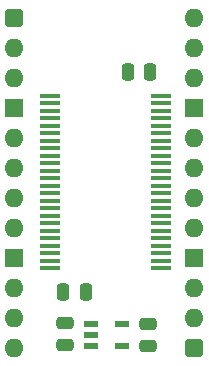
<source format=gts>
%TF.GenerationSoftware,KiCad,Pcbnew,8.0.7*%
%TF.CreationDate,2025-01-27T09:30:16+02:00*%
%TF.ProjectId,SD Card Read Data,53442043-6172-4642-9052-656164204461,V0*%
%TF.SameCoordinates,Original*%
%TF.FileFunction,Soldermask,Top*%
%TF.FilePolarity,Negative*%
%FSLAX46Y46*%
G04 Gerber Fmt 4.6, Leading zero omitted, Abs format (unit mm)*
G04 Created by KiCad (PCBNEW 8.0.7) date 2025-01-27 09:30:16*
%MOMM*%
%LPD*%
G01*
G04 APERTURE LIST*
G04 Aperture macros list*
%AMRoundRect*
0 Rectangle with rounded corners*
0 $1 Rounding radius*
0 $2 $3 $4 $5 $6 $7 $8 $9 X,Y pos of 4 corners*
0 Add a 4 corners polygon primitive as box body*
4,1,4,$2,$3,$4,$5,$6,$7,$8,$9,$2,$3,0*
0 Add four circle primitives for the rounded corners*
1,1,$1+$1,$2,$3*
1,1,$1+$1,$4,$5*
1,1,$1+$1,$6,$7*
1,1,$1+$1,$8,$9*
0 Add four rect primitives between the rounded corners*
20,1,$1+$1,$2,$3,$4,$5,0*
20,1,$1+$1,$4,$5,$6,$7,0*
20,1,$1+$1,$6,$7,$8,$9,0*
20,1,$1+$1,$8,$9,$2,$3,0*%
G04 Aperture macros list end*
%ADD10RoundRect,0.250000X-0.250000X-0.475000X0.250000X-0.475000X0.250000X0.475000X-0.250000X0.475000X0*%
%ADD11RoundRect,0.250000X0.250000X0.475000X-0.250000X0.475000X-0.250000X-0.475000X0.250000X-0.475000X0*%
%ADD12O,1.600000X1.600000*%
%ADD13R,1.600000X1.600000*%
%ADD14RoundRect,0.400000X-0.400000X-0.400000X0.400000X-0.400000X0.400000X0.400000X-0.400000X0.400000X0*%
%ADD15R,1.800000X0.430000*%
%ADD16RoundRect,0.250000X0.475000X-0.250000X0.475000X0.250000X-0.475000X0.250000X-0.475000X-0.250000X0*%
%ADD17R,1.150000X0.600000*%
G04 APERTURE END LIST*
D10*
%TO.C,C1*%
X6046000Y-23241000D03*
X4146000Y-23241000D03*
%TD*%
D11*
%TO.C,C4*%
X9575000Y-4572000D03*
X11475000Y-4572000D03*
%TD*%
D12*
%TO.C,J1*%
X15240000Y0D03*
X15240000Y-2540000D03*
X15240000Y-5080000D03*
D13*
X15240000Y-7620000D03*
D12*
X15240000Y-10160000D03*
X15240000Y-12700000D03*
X15240000Y-15240000D03*
X15240000Y-17780000D03*
D13*
X15240000Y-20320000D03*
D12*
X15240000Y-22860000D03*
X15240000Y-25400000D03*
D14*
X15240000Y-27940000D03*
D12*
X0Y-27940000D03*
X0Y-25400000D03*
X0Y-22860000D03*
D13*
X0Y-20320000D03*
D12*
X0Y-17780000D03*
X0Y-15240000D03*
X0Y-12700000D03*
X0Y-10160000D03*
D13*
X0Y-7620000D03*
D12*
X0Y-5080000D03*
X0Y-2540000D03*
D14*
X0Y0D03*
%TD*%
D15*
%TO.C,IC2*%
X3048000Y-21208000D03*
X3048000Y-20574000D03*
X3048000Y-19938000D03*
X3048001Y-19304000D03*
X3048001Y-18668000D03*
X3048000Y-18034000D03*
X3048000Y-17398000D03*
X3048000Y-16764000D03*
X3048000Y-16128000D03*
X3048001Y-15494000D03*
X3048000Y-14858000D03*
X3048000Y-14224000D03*
X3048000Y-13588000D03*
X3048000Y-12954000D03*
X3048001Y-12318000D03*
X3048000Y-11684000D03*
X3048000Y-11048000D03*
X3048000Y-10414000D03*
X3048000Y-9778000D03*
X3048001Y-9144000D03*
X3048001Y-8508000D03*
X3048000Y-7874000D03*
X3048000Y-7238000D03*
X3048000Y-6604000D03*
X12448000Y-6604000D03*
X12448000Y-7238000D03*
X12448000Y-7874000D03*
X12447999Y-8508000D03*
X12447999Y-9144000D03*
X12448000Y-9778000D03*
X12448000Y-10414000D03*
X12448000Y-11048000D03*
X12448000Y-11684000D03*
X12447999Y-12318000D03*
X12448000Y-12954000D03*
X12448000Y-13588000D03*
X12448000Y-14224000D03*
X12448000Y-14858000D03*
X12447999Y-15494000D03*
X12448000Y-16128000D03*
X12448000Y-16764000D03*
X12448000Y-17398000D03*
X12448000Y-18034000D03*
X12447999Y-18668000D03*
X12447999Y-19304000D03*
X12448000Y-19938000D03*
X12448000Y-20574000D03*
X12448000Y-21208000D03*
%TD*%
D16*
%TO.C,C11*%
X11333000Y-25892000D03*
X11333000Y-27792000D03*
%TD*%
D17*
%TO.C,IC1*%
X9077000Y-25908000D03*
X9077000Y-27808000D03*
X6477000Y-27808000D03*
X6477000Y-26858000D03*
X6477000Y-25908000D03*
%TD*%
D16*
%TO.C,C10*%
X4259000Y-25842000D03*
X4259000Y-27742000D03*
%TD*%
M02*

</source>
